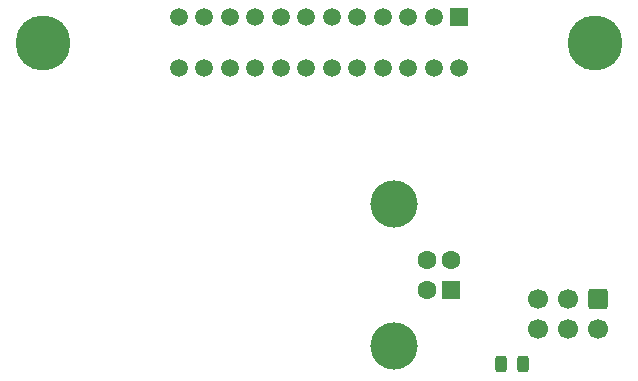
<source format=gbr>
%TF.GenerationSoftware,KiCad,Pcbnew,(6.0.0-rc1-415-g653c7b78d7)*%
%TF.CreationDate,2021-12-23T14:01:08-08:00*%
%TF.ProjectId,xyp-gpib,7879702d-6770-4696-922e-6b696361645f,rev?*%
%TF.SameCoordinates,Original*%
%TF.FileFunction,Soldermask,Top*%
%TF.FilePolarity,Negative*%
%FSLAX46Y46*%
G04 Gerber Fmt 4.6, Leading zero omitted, Abs format (unit mm)*
G04 Created by KiCad (PCBNEW (6.0.0-rc1-415-g653c7b78d7)) date 2021-12-23 14:01:08*
%MOMM*%
%LPD*%
G01*
G04 APERTURE LIST*
G04 Aperture macros list*
%AMRoundRect*
0 Rectangle with rounded corners*
0 $1 Rounding radius*
0 $2 $3 $4 $5 $6 $7 $8 $9 X,Y pos of 4 corners*
0 Add a 4 corners polygon primitive as box body*
4,1,4,$2,$3,$4,$5,$6,$7,$8,$9,$2,$3,0*
0 Add four circle primitives for the rounded corners*
1,1,$1+$1,$2,$3*
1,1,$1+$1,$4,$5*
1,1,$1+$1,$6,$7*
1,1,$1+$1,$8,$9*
0 Add four rect primitives between the rounded corners*
20,1,$1+$1,$2,$3,$4,$5,0*
20,1,$1+$1,$4,$5,$6,$7,0*
20,1,$1+$1,$6,$7,$8,$9,0*
20,1,$1+$1,$8,$9,$2,$3,0*%
G04 Aperture macros list end*
%ADD10R,1.600000X1.600000*%
%ADD11C,1.600000*%
%ADD12C,4.000000*%
%ADD13R,1.500000X1.500000*%
%ADD14C,1.500000*%
%ADD15C,4.650000*%
%ADD16RoundRect,0.250000X-0.600000X0.600000X-0.600000X-0.600000X0.600000X-0.600000X0.600000X0.600000X0*%
%ADD17C,1.700000*%
%ADD18RoundRect,0.243750X-0.243750X-0.456250X0.243750X-0.456250X0.243750X0.456250X-0.243750X0.456250X0*%
G04 APERTURE END LIST*
D10*
%TO.C,J1*%
X215172000Y-125298000D03*
D11*
X215172000Y-122798000D03*
X213172000Y-122798000D03*
X213172000Y-125298000D03*
D12*
X210312000Y-118048000D03*
X210312000Y-130048000D03*
%TD*%
D13*
%TO.C,GPIB1*%
X215874000Y-102249000D03*
D14*
X215874000Y-106539000D03*
X213714000Y-102249000D03*
X213714000Y-106539000D03*
X211554000Y-102249000D03*
X211554000Y-106539000D03*
X209394000Y-102249000D03*
X209394000Y-106539000D03*
X207234000Y-102249000D03*
X207234000Y-106539000D03*
X205074000Y-102249000D03*
X205074000Y-106539000D03*
X202914000Y-102249000D03*
X202914000Y-106539000D03*
X200754000Y-102249000D03*
X200754000Y-106539000D03*
X198594000Y-102249000D03*
X198594000Y-106539000D03*
X196434000Y-102249000D03*
X196434000Y-106539000D03*
X194274000Y-102249000D03*
X194274000Y-106539000D03*
X192114000Y-102249000D03*
X192114000Y-106539000D03*
D15*
X227394000Y-104394000D03*
X180594000Y-104394000D03*
%TD*%
D16*
%TO.C,ISP1*%
X227584000Y-126111000D03*
D17*
X227584000Y-128651000D03*
X225044000Y-126111000D03*
X225044000Y-128651000D03*
X222504000Y-126111000D03*
X222504000Y-128651000D03*
%TD*%
D18*
%TO.C,D2*%
X219359000Y-131572000D03*
X221234000Y-131572000D03*
%TD*%
M02*

</source>
